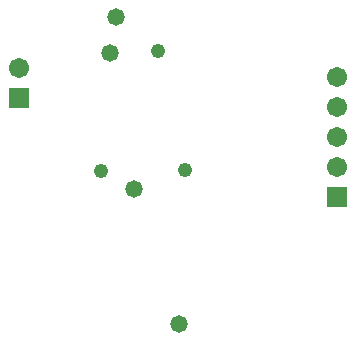
<source format=gbr>
G04*
G04 #@! TF.GenerationSoftware,Altium Limited,Altium Designer,22.11.1 (43)*
G04*
G04 Layer_Color=16711935*
%FSLAX44Y44*%
%MOMM*%
G71*
G04*
G04 #@! TF.SameCoordinates,7E3583A2-2878-4CA1-8AEC-5B8DB4771625*
G04*
G04*
G04 #@! TF.FilePolarity,Negative*
G04*
G01*
G75*
%ADD21R,1.7032X1.7032*%
%ADD22C,1.7032*%
%ADD23C,1.4732*%
%ADD24C,1.2192*%
D21*
X341630Y1000760D02*
D03*
X610870Y916940D02*
D03*
D22*
X341630Y1026160D02*
D03*
X610870Y1018540D02*
D03*
Y993140D02*
D03*
Y967740D02*
D03*
Y942340D02*
D03*
D23*
X477520Y808990D02*
D03*
X439420Y923290D02*
D03*
X424180Y1069340D02*
D03*
X419100Y1038860D02*
D03*
D24*
X482600Y939800D02*
D03*
X459740Y1040130D02*
D03*
X411480Y938530D02*
D03*
M02*

</source>
